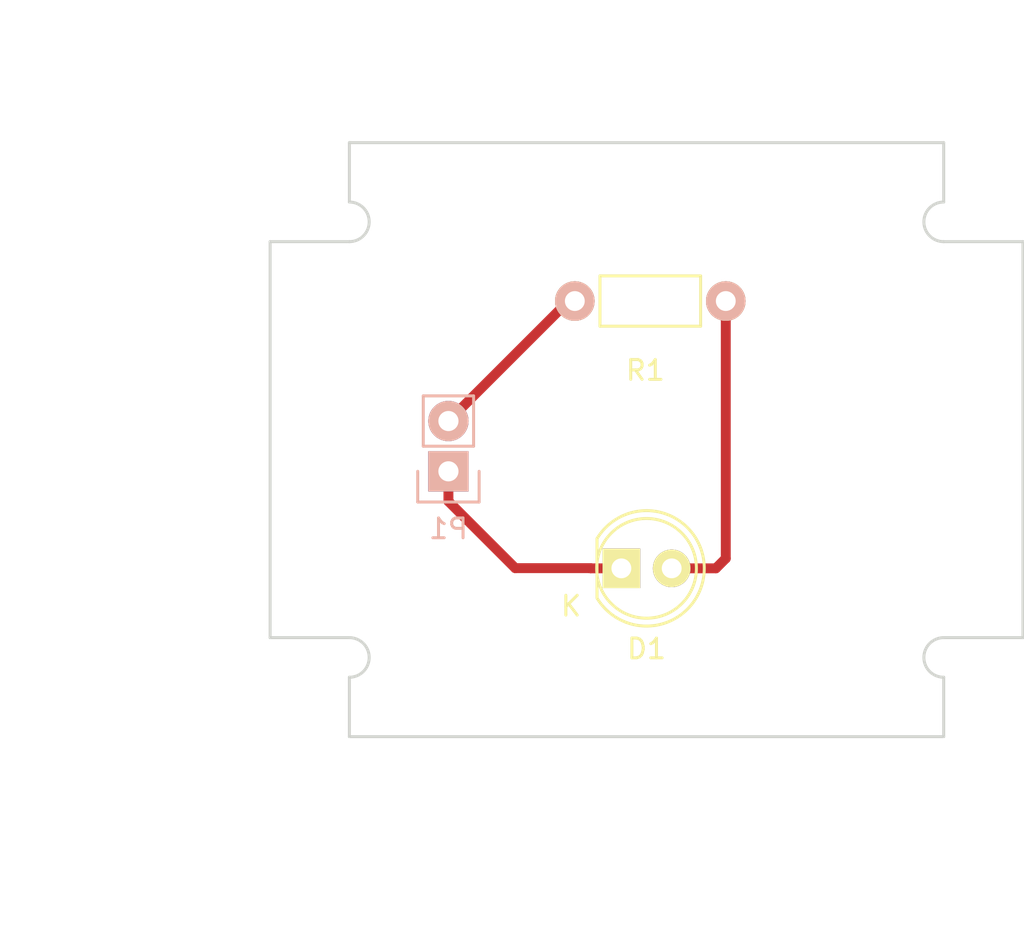
<source format=kicad_pcb>
(kicad_pcb (version 20160815) (host pcbnew "(2016-09-10 revision 7ad2f37)-master")

  (general
    (links 3)
    (no_connects 0)
    (area 117 78.3 169.075001 127.745001)
    (thickness 1.6)
    (drawings 20)
    (tracks 10)
    (zones 0)
    (modules 3)
    (nets 4)
  )

  (page A4)
  (layers
    (0 F.Cu signal)
    (31 B.Cu signal)
    (32 B.Adhes user)
    (33 F.Adhes user)
    (34 B.Paste user)
    (35 F.Paste user)
    (36 B.SilkS user)
    (37 F.SilkS user)
    (38 B.Mask user)
    (39 F.Mask user)
    (40 Dwgs.User user)
    (41 Cmts.User user)
    (42 Eco1.User user)
    (43 Eco2.User user)
    (44 Edge.Cuts user)
    (45 Margin user)
    (46 B.CrtYd user)
    (47 F.CrtYd user)
    (48 B.Fab user)
    (49 F.Fab user)
  )

  (setup
    (last_trace_width 0.5)
    (trace_clearance 0.2)
    (zone_clearance 0.508)
    (zone_45_only no)
    (trace_min 0.2)
    (segment_width 0.2)
    (edge_width 0.15)
    (via_size 0.6)
    (via_drill 0.4)
    (via_min_size 0.4)
    (via_min_drill 0.3)
    (uvia_size 0.3)
    (uvia_drill 0.1)
    (uvias_allowed no)
    (uvia_min_size 0.2)
    (uvia_min_drill 0.1)
    (pcb_text_width 0.3)
    (pcb_text_size 1.5 1.5)
    (mod_edge_width 0.15)
    (mod_text_size 1 1)
    (mod_text_width 0.15)
    (pad_size 1.524 1.524)
    (pad_drill 0.762)
    (pad_to_mask_clearance 0.2)
    (aux_axis_origin 150 100)
    (visible_elements FFFFFF7F)
    (pcbplotparams
      (layerselection 0x000f0_ffffffff)
      (usegerberextensions true)
      (excludeedgelayer false)
      (linewidth 0.100000)
      (plotframeref false)
      (viasonmask false)
      (mode 1)
      (useauxorigin true)
      (hpglpennumber 1)
      (hpglpenspeed 20)
      (hpglpendiameter 15)
      (psnegative false)
      (psa4output false)
      (plotreference true)
      (plotvalue true)
      (plotinvisibletext false)
      (padsonsilk false)
      (subtractmaskfromsilk false)
      (outputformat 1)
      (mirror false)
      (drillshape 0)
      (scaleselection 1)
      (outputdirectory ditos-LED-20160908))
  )

  (net 0 "")
  (net 1 "Net-(D1-Pad1)")
  (net 2 "Net-(D1-Pad2)")
  (net 3 "Net-(P1-Pad2)")

  (net_class Default "This is the default net class."
    (clearance 0.2)
    (trace_width 0.5)
    (via_dia 0.6)
    (via_drill 0.4)
    (uvia_dia 0.3)
    (uvia_drill 0.1)
    (diff_pair_gap 0.25)
    (diff_pair_width 0.2)
    (add_net "Net-(D1-Pad1)")
    (add_net "Net-(D1-Pad2)")
    (add_net "Net-(P1-Pad2)")
  )

  (module LEDs:LED-5MM (layer F.Cu) (tedit 5570F7EA) (tstamp 57D03C63)
    (at 150 106.5)
    (descr "LED 5mm round vertical")
    (tags "LED 5mm round vertical")
    (path /57D03AF3)
    (fp_text reference D1 (at 0 4.064) (layer F.SilkS)
      (effects (font (size 1 1) (thickness 0.15)))
    )
    (fp_text value LED (at 0 -3.937) (layer F.Fab)
      (effects (font (size 1 1) (thickness 0.15)))
    )
    (fp_line (start -2.77 -1.55) (end -2.77 1.55) (layer F.CrtYd) (width 0.05))
    (fp_arc (start 0.03 0) (end -2.77 1.55) (angle -302) (layer F.CrtYd) (width 0.05))
    (fp_arc (start 0 0) (end -2.5 -1.5) (angle 297.5) (layer F.SilkS) (width 0.15))
    (fp_line (start -2.5 1.5) (end -2.5 -1.5) (layer F.SilkS) (width 0.15))
    (fp_circle (center 0 0) (end -0.3 -2.5) (layer F.SilkS) (width 0.15))
    (fp_text user K (at -3.81 1.905) (layer F.SilkS)
      (effects (font (size 1 1) (thickness 0.15)))
    )
    (pad 1 thru_hole rect (at -1.27 0 90) (size 2 1.9) (drill 1.00076) (layers *.Cu *.Mask F.SilkS)
      (net 1 "Net-(D1-Pad1)"))
    (pad 2 thru_hole circle (at 1.27 0) (size 1.9 1.9) (drill 1.00076) (layers *.Cu *.Mask F.SilkS)
      (net 2 "Net-(D1-Pad2)"))
    (model LEDs.3dshapes/LED-5MM.wrl
      (at (xyz 0.05 0 0))
      (scale (xyz 1 1 1))
      (rotate (xyz 0 0 90))
    )
  )

  (module Pin_Headers:Pin_Header_Straight_1x02 (layer B.Cu) (tedit 54EA090C) (tstamp 57D03C69)
    (at 140 101.6)
    (descr "Through hole pin header")
    (tags "pin header")
    (path /57D03BBA)
    (fp_text reference P1 (at 0 2.9) (layer B.SilkS)
      (effects (font (size 1 1) (thickness 0.15)) (justify mirror))
    )
    (fp_text value CONN_01X02 (at 0 3.1) (layer B.Fab)
      (effects (font (size 1 1) (thickness 0.15)) (justify mirror))
    )
    (fp_line (start 1.27 -1.27) (end 1.27 -3.81) (layer B.SilkS) (width 0.15))
    (fp_line (start 1.55 1.55) (end 1.55 0) (layer B.SilkS) (width 0.15))
    (fp_line (start -1.75 1.75) (end -1.75 -4.3) (layer B.CrtYd) (width 0.05))
    (fp_line (start 1.75 1.75) (end 1.75 -4.3) (layer B.CrtYd) (width 0.05))
    (fp_line (start -1.75 1.75) (end 1.75 1.75) (layer B.CrtYd) (width 0.05))
    (fp_line (start -1.75 -4.3) (end 1.75 -4.3) (layer B.CrtYd) (width 0.05))
    (fp_line (start 1.27 -1.27) (end -1.27 -1.27) (layer B.SilkS) (width 0.15))
    (fp_line (start -1.55 0) (end -1.55 1.55) (layer B.SilkS) (width 0.15))
    (fp_line (start -1.55 1.55) (end 1.55 1.55) (layer B.SilkS) (width 0.15))
    (fp_line (start -1.27 -1.27) (end -1.27 -3.81) (layer B.SilkS) (width 0.15))
    (fp_line (start -1.27 -3.81) (end 1.27 -3.81) (layer B.SilkS) (width 0.15))
    (pad 1 thru_hole rect (at 0 0) (size 2.032 2.032) (drill 1.016) (layers *.Cu *.Mask B.SilkS)
      (net 1 "Net-(D1-Pad1)"))
    (pad 2 thru_hole oval (at 0 -2.54) (size 2.032 2.032) (drill 1.016) (layers *.Cu *.Mask B.SilkS)
      (net 3 "Net-(P1-Pad2)"))
    (model Pin_Headers.3dshapes/Pin_Header_Straight_1x02.wrl
      (at (xyz 0 -0.05 0))
      (scale (xyz 1 1 1))
      (rotate (xyz 0 0 90))
    )
  )

  (module Resistors_ThroughHole:Resistor_Horizontal_RM7mm (layer F.Cu) (tedit 569FCF07) (tstamp 57D03C6F)
    (at 154 93 180)
    (descr "Resistor, Axial,  RM 7.62mm, 1/3W,")
    (tags "Resistor Axial RM 7.62mm 1/3W R3")
    (path /57D03C22)
    (fp_text reference R1 (at 4.05892 -3.50012 180) (layer F.SilkS)
      (effects (font (size 1 1) (thickness 0.15)))
    )
    (fp_text value R (at 3.81 3.81 180) (layer F.Fab)
      (effects (font (size 1 1) (thickness 0.15)))
    )
    (fp_line (start -1.25 -1.5) (end 8.85 -1.5) (layer F.CrtYd) (width 0.05))
    (fp_line (start -1.25 1.5) (end -1.25 -1.5) (layer F.CrtYd) (width 0.05))
    (fp_line (start 8.85 -1.5) (end 8.85 1.5) (layer F.CrtYd) (width 0.05))
    (fp_line (start -1.25 1.5) (end 8.85 1.5) (layer F.CrtYd) (width 0.05))
    (fp_line (start 1.27 -1.27) (end 6.35 -1.27) (layer F.SilkS) (width 0.15))
    (fp_line (start 6.35 -1.27) (end 6.35 1.27) (layer F.SilkS) (width 0.15))
    (fp_line (start 6.35 1.27) (end 1.27 1.27) (layer F.SilkS) (width 0.15))
    (fp_line (start 1.27 1.27) (end 1.27 -1.27) (layer F.SilkS) (width 0.15))
    (pad 1 thru_hole circle (at 0 0 180) (size 1.99898 1.99898) (drill 1.00076) (layers *.Cu *.SilkS *.Mask)
      (net 2 "Net-(D1-Pad2)"))
    (pad 2 thru_hole circle (at 7.62 0 180) (size 1.99898 1.99898) (drill 1.00076) (layers *.Cu *.SilkS *.Mask)
      (net 3 "Net-(P1-Pad2)"))
  )

  (dimension 4 (width 0.3) (layer Eco1.User)
    (gr_text "4.000 mm" (at 133 79.65) (layer Eco1.User)
      (effects (font (size 1.5 1.5) (thickness 0.3)))
    )
    (feature1 (pts (xy 131 88) (xy 131 78.3)))
    (feature2 (pts (xy 135 88) (xy 135 78.3)))
    (crossbar (pts (xy 135 81) (xy 131 81)))
    (arrow1a (pts (xy 131 81) (xy 132.126504 80.413579)))
    (arrow1b (pts (xy 131 81) (xy 132.126504 81.586421)))
    (arrow2a (pts (xy 135 81) (xy 133.873496 80.413579)))
    (arrow2b (pts (xy 135 81) (xy 133.873496 81.586421)))
  )
  (dimension 8.5 (width 0.3) (layer Eco1.User)
    (gr_text "8.500 mm" (at 158.35 110.75 90) (layer Eco1.User)
      (effects (font (size 1.5 1.5) (thickness 0.3)))
    )
    (feature1 (pts (xy 150 106.5) (xy 159.7 106.5)))
    (feature2 (pts (xy 150 115) (xy 159.7 115)))
    (crossbar (pts (xy 157 115) (xy 157 106.5)))
    (arrow1a (pts (xy 157 106.5) (xy 157.586421 107.626504)))
    (arrow1b (pts (xy 157 106.5) (xy 156.413579 107.626504)))
    (arrow2a (pts (xy 157 115) (xy 157.586421 113.873496)))
    (arrow2b (pts (xy 157 115) (xy 156.413579 113.873496)))
  )
  (gr_line (start 135 88) (end 135 85) (layer Edge.Cuts) (width 0.15))
  (gr_line (start 135 112) (end 135 115) (layer Edge.Cuts) (width 0.15))
  (gr_line (start 165 112) (end 165 115) (layer Edge.Cuts) (width 0.15))
  (gr_line (start 165 85) (end 165 88) (layer Edge.Cuts) (width 0.15))
  (gr_arc (start 165 89) (end 165 90) (angle 180) (layer Edge.Cuts) (width 0.15))
  (gr_arc (start 165 111) (end 165 112) (angle 180) (layer Edge.Cuts) (width 0.15))
  (gr_arc (start 135 111) (end 135 110) (angle 180) (layer Edge.Cuts) (width 0.15))
  (gr_arc (start 135 89) (end 135 88) (angle 180) (layer Edge.Cuts) (width 0.15))
  (gr_line (start 131 90) (end 135 90) (layer Edge.Cuts) (width 0.15))
  (gr_line (start 131 110) (end 131 90) (layer Edge.Cuts) (width 0.15))
  (gr_line (start 135 110) (end 131 110) (layer Edge.Cuts) (width 0.15))
  (gr_line (start 169 110) (end 165 110) (layer Edge.Cuts) (width 0.15))
  (gr_line (start 169 90) (end 169 110) (layer Edge.Cuts) (width 0.15))
  (gr_line (start 165 90) (end 169 90) (layer Edge.Cuts) (width 0.15))
  (gr_line (start 165 85) (end 135 85) (layer Edge.Cuts) (width 0.15))
  (gr_line (start 135 115) (end 165 115) (layer Edge.Cuts) (width 0.15))
  (dimension 30 (width 0.3) (layer Eco1.User)
    (gr_text "30.000 mm" (at 150 126.35) (layer Eco1.User)
      (effects (font (size 1.5 1.5) (thickness 0.3)))
    )
    (feature1 (pts (xy 165 115) (xy 165 127.7)))
    (feature2 (pts (xy 135 115) (xy 135 127.7)))
    (crossbar (pts (xy 135 125) (xy 165 125)))
    (arrow1a (pts (xy 165 125) (xy 163.873496 125.586421)))
    (arrow1b (pts (xy 165 125) (xy 163.873496 124.413579)))
    (arrow2a (pts (xy 135 125) (xy 136.126504 125.586421)))
    (arrow2b (pts (xy 135 125) (xy 136.126504 124.413579)))
  )
  (dimension 30 (width 0.3) (layer Eco1.User)
    (gr_text "30.000 mm" (at 123.65 100 270) (layer Eco1.User)
      (effects (font (size 1.5 1.5) (thickness 0.3)))
    )
    (feature1 (pts (xy 135 115) (xy 122.3 115)))
    (feature2 (pts (xy 135 85) (xy 122.3 85)))
    (crossbar (pts (xy 125 85) (xy 125 115)))
    (arrow1a (pts (xy 125 115) (xy 124.413579 113.873496)))
    (arrow1b (pts (xy 125 115) (xy 125.586421 113.873496)))
    (arrow2a (pts (xy 125 85) (xy 124.413579 86.126504)))
    (arrow2b (pts (xy 125 85) (xy 125.586421 86.126504)))
  )

  (segment (start 147.1654 106.4895) (end 147.1759 106.5) (width 0.5) (layer F.Cu) (net 1))
  (segment (start 147.1759 106.5) (end 148.73 106.5) (width 0.5) (layer F.Cu) (net 1))
  (segment (start 140 101.6) (end 140 103.116) (width 0.5) (layer F.Cu) (net 1))
  (segment (start 140 103.116) (end 143.3735 106.4895) (width 0.5) (layer F.Cu) (net 1))
  (segment (start 143.3735 106.4895) (end 147.1654 106.4895) (width 0.5) (layer F.Cu) (net 1))
  (segment (start 151.27 106.5) (end 153.5 106.5) (width 0.5) (layer F.Cu) (net 2))
  (segment (start 153.5 106.5) (end 154 106) (width 0.5) (layer F.Cu) (net 2))
  (segment (start 154 106) (end 154 93) (width 0.5) (layer F.Cu) (net 2))
  (segment (start 140 99.06) (end 146.06 93) (width 0.5) (layer F.Cu) (net 3))
  (segment (start 146.06 93) (end 146.38 93) (width 0.5) (layer F.Cu) (net 3))

)

</source>
